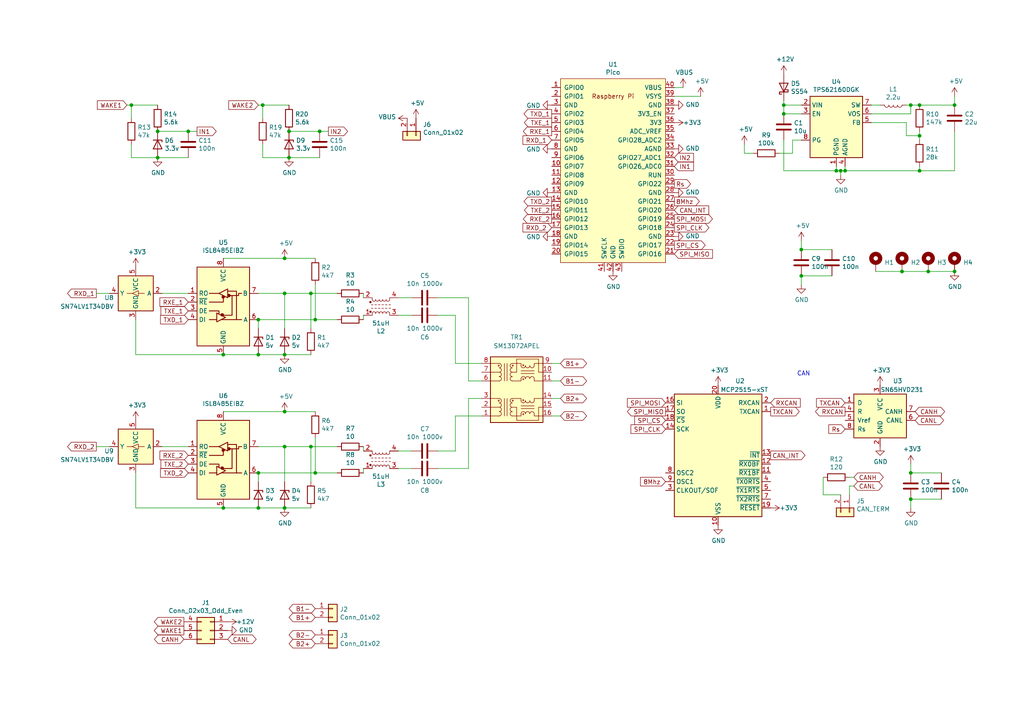
<source format=kicad_sch>
(kicad_sch (version 20211123) (generator eeschema)
  (paper "A4")
  (lib_symbols
    (symbol "Connector_Generic:Conn_01x02" (pin_names (offset 1.016) hide)
      (property "Reference" "J" (at 0 2.54 0))
      (property "Value" "Conn_01x02" (at 0 -5.08 0))
      (symbol "Conn_01x02_1_1"
        (pin passive line (at -5.08 0 0) (length 3.81) (name "Pin_1") (number "1"))
        (pin passive line (at -5.08 -2.54 0) (length 3.81) (name "Pin_2") (number "2"))
      )
    )
    (symbol "Connector_Generic:Conn_02x03_Top_Bottom" (pin_names (offset 1.016) hide)
      (property "Reference" "J" (at 1.27 5.08 0))
      (property "Value" "Conn_02x03_Top_Bottom" (at 1.27 -5.08 0))
      (symbol "Conn_02x03_Top_Bottom_1_1"
        (pin passive line (at -5.08 2.54 0) (length 3.81) (name "Pin_1") (number "1"))
        (pin passive line (at -5.08 0 0) (length 3.81) (name "Pin_2") (number "2"))
        (pin passive line (at -5.08 -2.54 0) (length 3.81) (name "Pin_3") (number "3"))
        (pin passive line (at 7.62 2.54 180) (length 3.81) (name "Pin_4") (number "4"))
        (pin passive line (at 7.62 0 180) (length 3.81) (name "Pin_5") (number "5"))
        (pin passive line (at 7.62 -2.54 180) (length 3.81) (name "Pin_6") (number "6"))
      )
    )
    (symbol "Device:C" (pin_numbers hide) (pin_names (offset 0.254))
      (property "Reference" "C" (at 0.635 2.54 0))
      (property "Value" "C" (at 0.635 -2.54 0))
      (symbol "C_1_1"
        (pin passive line (at 0 3.81 270) (length 2.794) (name "~") (number "1"))
        (pin passive line (at 0 -3.81 90) (length 2.794) (name "~") (number "2"))
      )
    )
    (symbol "Device:D_Schottky" (pin_numbers hide) (pin_names (offset 1.016) hide)
      (property "Reference" "D" (at 0 2.54 0))
      (property "Value" "D_Schottky" (at 0 -2.54 0))
      (symbol "D_Schottky_1_1"
        (pin passive line (at -3.81 0 0) (length 2.54) (name "K") (number "1"))
        (pin passive line (at 3.81 0 180) (length 2.54) (name "A") (number "2"))
      )
    )
    (symbol "Device:D_Zener" (pin_numbers hide) (pin_names (offset 1.016) hide)
      (property "Reference" "D" (at 0 2.54 0))
      (property "Value" "D_Zener" (at 0 -2.54 0))
      (symbol "D_Zener_1_1"
        (pin passive line (at -3.81 0 0) (length 2.54) (name "K") (number "1"))
        (pin passive line (at 3.81 0 180) (length 2.54) (name "A") (number "2"))
      )
    )
    (symbol "Device:L" (pin_numbers hide) (pin_names (offset 1.016) hide)
      (property "Reference" "L" (at -1.27 0 90))
      (property "Value" "L" (at 1.905 0 90))
      (symbol "L_1_1"
        (pin passive line (at 0 3.81 270) (length 1.27) (name "1") (number "1"))
        (pin passive line (at 0 -3.81 90) (length 1.27) (name "2") (number "2"))
      )
    )
    (symbol "Device:L_Core_Ferrite_Coupled_1324" (pin_names (offset 0.254) hide)
      (property "Reference" "L" (at 0 4.445 0))
      (property "Value" "Device_L_Core_Ferrite_Coupled_1324" (at 0 -4.445 0))
      (symbol "L_Core_Ferrite_Coupled_1324_1_1"
        (pin passive line (at -5.08 2.54 0) (length 2.54) (name "1") (number "1"))
        (pin passive line (at -5.08 -2.54 0) (length 2.54) (name "2") (number "2"))
        (pin passive line (at 5.08 2.54 180) (length 2.54) (name "3") (number "3"))
        (pin passive line (at 5.08 -2.54 180) (length 2.54) (name "4") (number "4"))
      )
    )
    (symbol "Device:R" (pin_numbers hide) (pin_names (offset 0))
      (property "Reference" "R" (at 2.032 0 90))
      (property "Value" "R" (at 0 0 90))
      (symbol "R_1_1"
        (pin passive line (at 0 3.81 270) (length 1.27) (name "~") (number "1"))
        (pin passive line (at 0 -3.81 90) (length 1.27) (name "~") (number "2"))
      )
    )
    (symbol "Interface_CAN_LIN:MCP2515-xST"
      (property "Reference" "U" (at -10.16 19.685 0))
      (property "Value" "MCP2515-xST" (at 19.05 20.32 0))
      (symbol "MCP2515-xST_1_1"
        (pin output line (at 15.24 12.7 180) (length 2.54) (name "TXCAN") (number "1"))
        (pin power_in line (at 0 -20.32 90) (length 2.54) (name "VSS") (number "10"))
        (pin output line (at 15.24 -5.08 180) (length 2.54) (name "~{RX1BF}") (number "11"))
        (pin output line (at 15.24 -2.54 180) (length 2.54) (name "~{RX0BF}") (number "12"))
        (pin output line (at 15.24 0 180) (length 2.54) (name "~{INT}") (number "13"))
        (pin input line (at -15.24 7.62 0) (length 2.54) (name "SCK") (number "14"))
        (pin no_connect line (at -12.7 -2.54 0) (length 2.54) hide (name "NC") (number "15"))
        (pin input line (at -15.24 15.24 0) (length 2.54) (name "SI") (number "16"))
        (pin output line (at -15.24 12.7 0) (length 2.54) (name "SO") (number "17"))
        (pin input line (at -15.24 10.16 0) (length 2.54) (name "~{CS}") (number "18"))
        (pin input line (at 15.24 -15.24 180) (length 2.54) (name "~{RESET}") (number "19"))
        (pin input line (at 15.24 15.24 180) (length 2.54) (name "RXCAN") (number "2"))
        (pin power_in line (at 0 20.32 270) (length 2.54) (name "VDD") (number "20"))
        (pin output line (at -15.24 -10.16 0) (length 2.54) (name "CLKOUT/SOF") (number "3"))
        (pin input line (at 15.24 -7.62 180) (length 2.54) (name "~{TX0RTS}") (number "4"))
        (pin input line (at 15.24 -10.16 180) (length 2.54) (name "~{TX1RTS}") (number "5"))
        (pin no_connect line (at -12.7 0 0) (length 2.54) hide (name "NC") (number "6"))
        (pin input line (at 15.24 -12.7 180) (length 2.54) (name "~{TX2RTS}") (number "7"))
        (pin output line (at -15.24 -5.08 0) (length 2.54) (name "OSC2") (number "8"))
        (pin input line (at -15.24 -7.62 0) (length 2.54) (name "OSC1") (number "9"))
      )
    )
    (symbol "Interface_CAN_LIN:SN65HVD230" (pin_names (offset 1.016))
      (property "Reference" "U" (at -2.54 10.16 0))
      (property "Value" "SN65HVD230" (at -2.54 7.62 0))
      (symbol "SN65HVD230_1_1"
        (pin input line (at -10.16 2.54 0) (length 2.54) (name "D") (number "1"))
        (pin power_in line (at 0 -10.16 90) (length 2.54) (name "GND") (number "2"))
        (pin power_in line (at 0 7.62 270) (length 2.54) (name "VCC") (number "3"))
        (pin output line (at -10.16 0 0) (length 2.54) (name "R") (number "4"))
        (pin output line (at -10.16 -2.54 0) (length 2.54) (name "Vref") (number "5"))
        (pin bidirectional line (at 10.16 -2.54 180) (length 2.54) (name "CANL") (number "6"))
        (pin bidirectional line (at 10.16 0 180) (length 2.54) (name "CANH") (number "7"))
        (pin input line (at -10.16 -5.08 0) (length 2.54) (name "Rs") (number "8"))
      )
    )
    (symbol "Interface_UART:MAX3485"
      (property "Reference" "U" (at -6.096 11.43 0))
      (property "Value" "MAX3485" (at 0.762 11.43 0))
      (symbol "MAX3485_1_1"
        (pin output line (at -10.16 2.54 0) (length 2.54) (name "RO") (number "1"))
        (pin input line (at -10.16 0 0) (length 2.54) (name "~{RE}") (number "2"))
        (pin input line (at -10.16 -2.54 0) (length 2.54) (name "DE") (number "3"))
        (pin input line (at -10.16 -5.08 0) (length 2.54) (name "DI") (number "4"))
        (pin power_in line (at 0 -15.24 90) (length 2.54) (name "GND") (number "5"))
        (pin bidirectional line (at 10.16 -5.08 180) (length 2.54) (name "A") (number "6"))
        (pin bidirectional line (at 10.16 2.54 180) (length 2.54) (name "B") (number "7"))
        (pin power_in line (at 0 12.7 270) (length 2.54) (name "VCC") (number "8"))
      )
    )
    (symbol "Logic_LevelTranslator:SN74LV1T34DBV"
      (property "Reference" "U" (at 5.08 6.35 0))
      (property "Value" "SN74LV1T34DBV" (at 5.08 3.81 0))
      (symbol "SN74LV1T34DBV_1_1"
        (pin no_connect line (at -5.08 2.54 0) (length 2.54) hide (name "NC") (number "1"))
        (pin input line (at -7.62 0 0) (length 2.54) (name "A") (number "2"))
        (pin power_in line (at 0 -7.62 90) (length 2.54) (name "GND") (number "3"))
        (pin output line (at 7.62 0 180) (length 2.54) (name "Y") (number "4"))
        (pin power_in line (at 0 7.62 270) (length 2.54) (name "VCC") (number "5"))
      )
    )
    (symbol "MCU_RaspberryPi_and_Boards:Pico" (pin_names (offset 1.016))
      (property "Reference" "U" (at -13.97 27.94 0))
      (property "Value" "Pico" (at 0 19.05 0))
      (symbol "Pico_0_0"
        (text "Raspberry Pi" (at 0 21.59 0) (effects (font (size 1.27 1.27))))
      )
      (symbol "Pico_1_1"
        (pin bidirectional line (at -17.78 24.13 0) (length 2.54) (name "GPIO0") (number "1"))
        (pin bidirectional line (at -17.78 1.27 0) (length 2.54) (name "GPIO7") (number "10"))
        (pin bidirectional line (at -17.78 -1.27 0) (length 2.54) (name "GPIO8") (number "11"))
        (pin bidirectional line (at -17.78 -3.81 0) (length 2.54) (name "GPIO9") (number "12"))
        (pin power_in line (at -17.78 -6.35 0) (length 2.54) (name "GND") (number "13"))
        (pin bidirectional line (at -17.78 -8.89 0) (length 2.54) (name "GPIO10") (number "14"))
        (pin bidirectional line (at -17.78 -11.43 0) (length 2.54) (name "GPIO11") (number "15"))
        (pin bidirectional line (at -17.78 -13.97 0) (length 2.54) (name "GPIO12") (number "16"))
        (pin bidirectional line (at -17.78 -16.51 0) (length 2.54) (name "GPIO13") (number "17"))
        (pin power_in line (at -17.78 -19.05 0) (length 2.54) (name "GND") (number "18"))
        (pin bidirectional line (at -17.78 -21.59 0) (length 2.54) (name "GPIO14") (number "19"))
        (pin bidirectional line (at -17.78 21.59 0) (length 2.54) (name "GPIO1") (number "2"))
        (pin bidirectional line (at -17.78 -24.13 0) (length 2.54) (name "GPIO15") (number "20"))
        (pin bidirectional line (at 17.78 -24.13 180) (length 2.54) (name "GPIO16") (number "21"))
        (pin bidirectional line (at 17.78 -21.59 180) (length 2.54) (name "GPIO17") (number "22"))
        (pin power_in line (at 17.78 -19.05 180) (length 2.54) (name "GND") (number "23"))
        (pin bidirectional line (at 17.78 -16.51 180) (length 2.54) (name "GPIO18") (number "24"))
        (pin bidirectional line (at 17.78 -13.97 180) (length 2.54) (name "GPIO19") (number "25"))
        (pin bidirectional line (at 17.78 -11.43 180) (length 2.54) (name "GPIO20") (number "26"))
        (pin bidirectional line (at 17.78 -8.89 180) (length 2.54) (name "GPIO21") (number "27"))
        (pin power_in line (at 17.78 -6.35 180) (length 2.54) (name "GND") (number "28"))
        (pin bidirectional line (at 17.78 -3.81 180) (length 2.54) (name "GPIO22") (number "29"))
        (pin power_in line (at -17.78 19.05 0) (length 2.54) (name "GND") (number "3"))
        (pin input line (at 17.78 -1.27 180) (length 2.54) (name "RUN") (number "30"))
        (pin bidirectional line (at 17.78 1.27 180) (length 2.54) (name "GPIO26_ADC0") (number "31"))
        (pin bidirectional line (at 17.78 3.81 180) (length 2.54) (name "GPIO27_ADC1") (number "32"))
        (pin power_in line (at 17.78 6.35 180) (length 2.54) (name "AGND") (number "33"))
        (pin bidirectional line (at 17.78 8.89 180) (length 2.54) (name "GPIO28_ADC2") (number "34"))
        (pin unspecified line (at 17.78 11.43 180) (length 2.54) (name "ADC_VREF") (number "35"))
        (pin unspecified line (at 17.78 13.97 180) (length 2.54) (name "3V3") (number "36"))
        (pin input line (at 17.78 16.51 180) (length 2.54) (name "3V3_EN") (number "37"))
        (pin bidirectional line (at 17.78 19.05 180) (length 2.54) (name "GND") (number "38"))
        (pin unspecified line (at 17.78 21.59 180) (length 2.54) (name "VSYS") (number "39"))
        (pin bidirectional line (at -17.78 16.51 0) (length 2.54) (name "GPIO2") (number "4"))
        (pin unspecified line (at 17.78 24.13 180) (length 2.54) (name "VBUS") (number "40"))
        (pin input line (at -2.54 -29.21 90) (length 2.54) (name "SWCLK") (number "41"))
        (pin power_in line (at 0 -29.21 90) (length 2.54) (name "GND") (number "42"))
        (pin bidirectional line (at 2.54 -29.21 90) (length 2.54) (name "SWDIO") (number "43"))
        (pin bidirectional line (at -17.78 13.97 0) (length 2.54) (name "GPIO3") (number "5"))
        (pin bidirectional line (at -17.78 11.43 0) (length 2.54) (name "GPIO4") (number "6"))
        (pin bidirectional line (at -17.78 8.89 0) (length 2.54) (name "GPIO5") (number "7"))
        (pin power_in line (at -17.78 6.35 0) (length 2.54) (name "GND") (number "8"))
        (pin bidirectional line (at -17.78 3.81 0) (length 2.54) (name "GPIO6") (number "9"))
      )
    )
    (symbol "Mechanical:MountingHole_Pad" (pin_numbers hide) (pin_names (offset 1.016) hide)
      (property "Reference" "H" (at 0 6.35 0))
      (property "Value" "MountingHole_Pad" (at 0 4.445 0))
      (symbol "MountingHole_Pad_1_1"
        (pin input line (at 0 -2.54 90) (length 2.54) (name "1") (number "1"))
      )
    )
    (symbol "Regulator_Switching:TPS62160DGK"
      (property "Reference" "U" (at -7.62 11.43 0))
      (property "Value" "TPS62160DGK" (at -1.27 11.43 0))
      (symbol "TPS62160DGK_1_1"
        (pin power_in line (at 0 -10.16 90) (length 2.54) (name "PGND") (number "1"))
        (pin power_in line (at -10.16 7.62 0) (length 2.54) (name "VIN") (number "2"))
        (pin input line (at -10.16 5.08 0) (length 2.54) (name "EN") (number "3"))
        (pin power_in line (at 2.54 -10.16 90) (length 2.54) (name "AGND") (number "4"))
        (pin input line (at 10.16 2.54 180) (length 2.54) (name "FB") (number "5"))
        (pin input line (at 10.16 5.08 180) (length 2.54) (name "VOS") (number "6"))
        (pin output line (at 10.16 7.62 180) (length 2.54) (name "SW") (number "7"))
        (pin open_collector line (at -10.16 -2.54 0) (length 2.54) (name "PG") (number "8"))
      )
    )
    (symbol "Transformer:Wuerth_749013011A" (pin_names hide)
      (property "Reference" "TR" (at 0 10.795 0))
      (property "Value" "Wuerth_749013011A" (at 0 -10.795 0))
      (symbol "Wuerth_749013011A_1_1"
        (pin passive line (at -10.16 -7.62 0) (length 2.54) (name "TD+") (number "1"))
        (pin passive line (at 10.16 5.08 180) (length 2.54) (name "C_RX") (number "10"))
        (pin passive line (at 10.16 2.54 180) (length 2.54) (name "RX+") (number "11"))
        (pin passive line (at 10.16 -2.54 180) (length 2.54) (name "TX-") (number "14"))
        (pin passive line (at 10.16 -5.08 180) (length 2.54) (name "C_TX") (number "15"))
        (pin passive line (at 10.16 -7.62 180) (length 2.54) (name "TX+") (number "16"))
        (pin passive line (at -10.16 -5.08 0) (length 2.54) (name "C_TD") (number "2"))
        (pin passive line (at -10.16 -2.54 0) (length 2.54) (name "TD-") (number "3"))
        (pin passive line (at -10.16 2.54 0) (length 2.54) (name "RD+") (number "6"))
        (pin passive line (at -10.16 5.08 0) (length 2.54) (name "C_RD") (number "7"))
        (pin passive line (at -10.16 7.62 0) (length 2.54) (name "RD-") (number "8"))
        (pin passive line (at 10.16 7.62 180) (length 2.54) (name "RX-") (number "9"))
      )
    )
    (symbol "power:+12V" (power) (pin_names (offset 0))
      (property "Value" "+12V" (at 0 3.556 0))
      (symbol "+12V_1_1"
        (pin power_in line (at 0 0 90) (length 0) hide (name "+12V") (number "1"))
      )
    )
    (symbol "power:+3V3" (power) (pin_names (offset 0))
      (property "Value" "+3V3" (at 0 3.556 0))
      (symbol "+3V3_1_1"
        (pin power_in line (at 0 0 90) (length 0) hide (name "+3V3") (number "1"))
      )
    )
    (symbol "power:+5V" (power) (pin_names (offset 0))
      (property "Value" "+5V" (at 0 3.556 0))
      (symbol "+5V_1_1"
        (pin power_in line (at 0 0 90) (length 0) hide (name "+5V") (number "1"))
      )
    )
    (symbol "power:GND" (power) (pin_names (offset 0))
      (property "Value" "GND" (at 0 -3.81 0))
      (symbol "GND_1_1"
        (pin power_in line (at 0 0 270) (length 0) hide (name "GND") (number "1"))
      )
    )
    (symbol "power:VBUS" (power) (pin_names (offset 0))
      (property "Value" "VBUS" (at 0 3.81 0))
      (symbol "VBUS_1_1"
        (pin power_in line (at 0 0 90) (length 0) hide (name "VBUS") (number "1"))
      )
    )
  )
  (junction (at 92.71 38.1))
  (junction (at 227.33 33.02))
  (junction (at 76.2 30.48))
  (junction (at 261.62 78.74))
  (junction (at 266.7 49.53))
  (junction (at 83.82 45.72))
  (junction (at 82.55 119.38))
  (junction (at 74.93 147.32))
  (junction (at 264.16 30.48))
  (junction (at 232.41 80.01))
  (junction (at 276.86 78.74))
  (junction (at 232.41 72.39))
  (junction (at 91.44 92.71))
  (junction (at 45.72 45.72))
  (junction (at 64.77 147.32))
  (junction (at 74.93 92.71))
  (junction (at 38.1 30.48))
  (junction (at 82.55 85.09))
  (junction (at 74.93 102.87))
  (junction (at 45.72 38.1))
  (junction (at 82.55 74.93))
  (junction (at 276.86 30.48))
  (junction (at 82.55 102.87))
  (junction (at 91.44 137.16))
  (junction (at 83.82 38.1))
  (junction (at 269.24 78.74))
  (junction (at 82.55 147.32))
  (junction (at 54.61 38.1))
  (junction (at 245.11 49.53))
  (junction (at 64.77 102.87))
  (junction (at 82.55 129.54))
  (junction (at 264.16 144.78))
  (junction (at 266.7 30.48))
  (junction (at 266.7 39.37))
  (junction (at 264.16 137.16))
  (junction (at 74.93 137.16))
  (junction (at 243.84 49.53))
  (junction (at 227.33 30.48))
  (junction (at 242.57 49.53))
  (junction (at 90.17 85.09))
  (junction (at 90.17 129.54))
  (wire (pts (xy 243.84 143.51) (xy 238.76 143.51)))
  (wire (pts (xy 82.55 85.09) (xy 90.17 85.09)))
  (wire (pts (xy 264.16 144.78) (xy 264.16 147.32)))
  (wire (pts (xy 90.17 129.54) (xy 97.79 129.54)))
  (wire (pts (xy 64.77 102.87) (xy 74.93 102.87)))
  (wire (pts (xy 262.89 35.56) (xy 262.89 39.37)))
  (wire (pts (xy 39.37 92.71) (xy 39.37 102.87)))
  (wire (pts (xy 242.57 49.53) (xy 242.57 48.26)))
  (wire (pts (xy 262.89 30.48) (xy 264.16 30.48)))
  (wire (pts (xy 252.73 35.56) (xy 262.89 35.56)))
  (wire (pts (xy 160.02 120.65) (xy 162.56 120.65)))
  (wire (pts (xy 243.84 49.53) (xy 242.57 49.53)))
  (wire (pts (xy 90.17 139.7) (xy 90.17 129.54)))
  (wire (pts (xy 232.41 33.02) (xy 227.33 33.02)))
  (wire (pts (xy 264.16 30.48) (xy 264.16 33.02)))
  (wire (pts (xy 46.99 129.54) (xy 54.61 129.54)))
  (wire (pts (xy 74.93 129.54) (xy 82.55 129.54)))
  (wire (pts (xy 54.61 38.1) (xy 45.72 38.1)))
  (wire (pts (xy 203.2 27.94) (xy 195.58 27.94)))
  (wire (pts (xy 90.17 147.32) (xy 82.55 147.32)))
  (wire (pts (xy 105.41 85.09) (xy 105.41 86.36)))
  (wire (pts (xy 229.87 40.64) (xy 232.41 40.64)))
  (wire (pts (xy 127 130.81) (xy 132.08 130.81)))
  (wire (pts (xy 135.89 115.57) (xy 139.7 115.57)))
  (wire (pts (xy 27.94 85.09) (xy 31.75 85.09)))
  (wire (pts (xy 57.15 38.1) (xy 54.61 38.1)))
  (wire (pts (xy 232.41 69.85) (xy 232.41 72.39)))
  (wire (pts (xy 227.33 40.64) (xy 227.33 49.53)))
  (wire (pts (xy 215.9 41.91) (xy 215.9 44.45)))
  (wire (pts (xy 246.38 138.43) (xy 247.65 138.43)))
  (wire (pts (xy 232.41 72.39) (xy 241.3 72.39)))
  (wire (pts (xy 247.65 140.97) (xy 246.38 140.97)))
  (wire (pts (xy 115.57 91.44) (xy 119.38 91.44)))
  (wire (pts (xy 127 135.89) (xy 135.89 135.89)))
  (wire (pts (xy 45.72 30.48) (xy 38.1 30.48)))
  (wire (pts (xy 38.1 30.48) (xy 38.1 34.29)))
  (wire (pts (xy 266.7 49.53) (xy 266.7 48.26)))
  (wire (pts (xy 91.44 137.16) (xy 74.93 137.16)))
  (wire (pts (xy 64.77 119.38) (xy 82.55 119.38)))
  (wire (pts (xy 64.77 74.93) (xy 82.55 74.93)))
  (wire (pts (xy 82.55 102.87) (xy 74.93 102.87)))
  (wire (pts (xy 160.02 115.57) (xy 162.56 115.57)))
  (wire (pts (xy 82.55 139.7) (xy 82.55 129.54)))
  (wire (pts (xy 261.62 78.74) (xy 269.24 78.74)))
  (wire (pts (xy 232.41 80.01) (xy 232.41 82.55)))
  (wire (pts (xy 38.1 45.72) (xy 38.1 41.91)))
  (wire (pts (xy 243.84 50.8) (xy 243.84 49.53)))
  (wire (pts (xy 91.44 92.71) (xy 74.93 92.71)))
  (wire (pts (xy 105.41 92.71) (xy 105.41 91.44)))
  (wire (pts (xy 105.41 129.54) (xy 105.41 130.81)))
  (wire (pts (xy 135.89 135.89) (xy 135.89 115.57)))
  (wire (pts (xy 227.33 29.21) (xy 227.33 30.48)))
  (wire (pts (xy 238.76 143.51) (xy 238.76 138.43)))
  (wire (pts (xy 83.82 30.48) (xy 76.2 30.48)))
  (wire (pts (xy 39.37 137.16) (xy 39.37 147.32)))
  (wire (pts (xy 82.55 95.25) (xy 82.55 85.09)))
  (wire (pts (xy 266.7 49.53) (xy 276.86 49.53)))
  (wire (pts (xy 83.82 45.72) (xy 92.71 45.72)))
  (wire (pts (xy 160.02 110.49) (xy 162.56 110.49)))
  (wire (pts (xy 90.17 85.09) (xy 97.79 85.09)))
  (wire (pts (xy 74.93 139.7) (xy 74.93 137.16)))
  (wire (pts (xy 227.33 30.48) (xy 232.41 30.48)))
  (wire (pts (xy 132.08 105.41) (xy 139.7 105.41)))
  (wire (pts (xy 90.17 95.25) (xy 90.17 85.09)))
  (wire (pts (xy 97.79 92.71) (xy 91.44 92.71)))
  (wire (pts (xy 266.7 39.37) (xy 266.7 38.1)))
  (wire (pts (xy 27.94 129.54) (xy 31.75 129.54)))
  (wire (pts (xy 227.33 49.53) (xy 242.57 49.53)))
  (wire (pts (xy 74.93 85.09) (xy 82.55 85.09)))
  (wire (pts (xy 132.08 120.65) (xy 139.7 120.65)))
  (wire (pts (xy 74.93 30.48) (xy 76.2 30.48)))
  (wire (pts (xy 132.08 130.81) (xy 132.08 120.65)))
  (wire (pts (xy 264.16 134.62) (xy 264.16 137.16)))
  (wire (pts (xy 45.72 45.72) (xy 38.1 45.72)))
  (wire (pts (xy 245.11 48.26) (xy 245.11 49.53)))
  (wire (pts (xy 76.2 30.48) (xy 76.2 34.29)))
  (wire (pts (xy 276.86 49.53) (xy 276.86 38.1)))
  (wire (pts (xy 115.57 130.81) (xy 119.38 130.81)))
  (wire (pts (xy 92.71 38.1) (xy 83.82 38.1)))
  (wire (pts (xy 95.25 38.1) (xy 92.71 38.1)))
  (wire (pts (xy 229.87 44.45) (xy 229.87 40.64)))
  (wire (pts (xy 39.37 102.87) (xy 64.77 102.87)))
  (wire (pts (xy 264.16 30.48) (xy 266.7 30.48)))
  (wire (pts (xy 91.44 127) (xy 91.44 137.16)))
  (wire (pts (xy 127 91.44) (xy 132.08 91.44)))
  (wire (pts (xy 36.83 30.48) (xy 38.1 30.48)))
  (wire (pts (xy 105.41 137.16) (xy 105.41 135.89)))
  (wire (pts (xy 90.17 102.87) (xy 82.55 102.87)))
  (wire (pts (xy 232.41 80.01) (xy 241.3 80.01)))
  (wire (pts (xy 245.11 49.53) (xy 266.7 49.53)))
  (wire (pts (xy 97.79 137.16) (xy 91.44 137.16)))
  (wire (pts (xy 215.9 44.45) (xy 218.44 44.45)))
  (wire (pts (xy 226.06 44.45) (xy 229.87 44.45)))
  (wire (pts (xy 264.16 137.16) (xy 273.05 137.16)))
  (wire (pts (xy 160.02 105.41) (xy 162.56 105.41)))
  (wire (pts (xy 252.73 33.02) (xy 264.16 33.02)))
  (wire (pts (xy 254 78.74) (xy 261.62 78.74)))
  (wire (pts (xy 76.2 45.72) (xy 76.2 41.91)))
  (wire (pts (xy 115.57 86.36) (xy 119.38 86.36)))
  (wire (pts (xy 264.16 144.78) (xy 273.05 144.78)))
  (wire (pts (xy 115.57 135.89) (xy 119.38 135.89)))
  (wire (pts (xy 82.55 119.38) (xy 91.44 119.38)))
  (wire (pts (xy 82.55 74.93) (xy 91.44 74.93)))
  (wire (pts (xy 135.89 86.36) (xy 135.89 110.49)))
  (wire (pts (xy 198.12 25.4) (xy 195.58 25.4)))
  (wire (pts (xy 82.55 147.32) (xy 74.93 147.32)))
  (wire (pts (xy 132.08 91.44) (xy 132.08 105.41)))
  (wire (pts (xy 127 86.36) (xy 135.89 86.36)))
  (wire (pts (xy 39.37 147.32) (xy 64.77 147.32)))
  (wire (pts (xy 262.89 39.37) (xy 266.7 39.37)))
  (wire (pts (xy 276.86 27.94) (xy 276.86 30.48)))
  (wire (pts (xy 269.24 78.74) (xy 276.86 78.74)))
  (wire (pts (xy 82.55 129.54) (xy 90.17 129.54)))
  (wire (pts (xy 245.11 49.53) (xy 243.84 49.53)))
  (wire (pts (xy 227.33 33.02) (xy 227.33 30.48)))
  (wire (pts (xy 266.7 39.37) (xy 266.7 40.64)))
  (wire (pts (xy 45.72 45.72) (xy 54.61 45.72)))
  (wire (pts (xy 91.44 82.55) (xy 91.44 92.71)))
  (wire (pts (xy 74.93 95.25) (xy 74.93 92.71)))
  (wire (pts (xy 83.82 45.72) (xy 76.2 45.72)))
  (wire (pts (xy 46.99 85.09) (xy 54.61 85.09)))
  (wire (pts (xy 252.73 30.48) (xy 255.27 30.48)))
  (wire (pts (xy 64.77 147.32) (xy 74.93 147.32)))
  (wire (pts (xy 246.38 140.97) (xy 246.38 143.51)))
  (wire (pts (xy 135.89 110.49) (xy 139.7 110.49)))
  (wire (pts (xy 266.7 30.48) (xy 276.86 30.48)))
  (text "CAN" (at 231.14 109.22 0) (effects (font (size 1.27 1.27)) (justify left bottom)))
  (global_label "RXD_2" (shape output) (at 27.94 129.54 180) (property "Intersheet References" "${INTERSHEET_REFS}" (effects hide)))
  (global_label "B1-" (shape bidirectional) (at 91.44 176.53 180) (property "Intersheet References" "${INTERSHEET_REFS}" (effects hide)))
  (global_label "TXE_1" (shape output) (at 160.02 35.56 180) (property "Intersheet References" "${INTERSHEET_REFS}" (effects hide)))
  (global_label "B2+" (shape bidirectional) (at 162.56 115.57 0) (property "Intersheet References" "${INTERSHEET_REFS}" (effects hide)))
  (global_label "SPI_MOSI" (shape output) (at 195.58 63.5 0) (property "Intersheet References" "${INTERSHEET_REFS}" (effects hide)))
  (global_label "SPI_MISO" (shape input) (at 195.58 73.66 0) (property "Intersheet References" "${INTERSHEET_REFS}" (effects hide)))
  (global_label "TXD_2" (shape output) (at 160.02 58.42 180) (property "Intersheet References" "${INTERSHEET_REFS}" (effects hide)))
  (global_label "RXE_1" (shape input) (at 54.61 87.63 180) (property "Intersheet References" "${INTERSHEET_REFS}" (effects hide)))
  (global_label "SPI_CS" (shape input) (at 193.04 121.92 180) (property "Intersheet References" "${INTERSHEET_REFS}" (effects hide)))
  (global_label "RXE_2" (shape input) (at 54.61 132.08 180) (property "Intersheet References" "${INTERSHEET_REFS}" (effects hide)))
  (global_label "SPI_MOSI" (shape input) (at 193.04 116.84 180) (property "Intersheet References" "${INTERSHEET_REFS}" (effects hide)))
  (global_label "SPI_CS" (shape output) (at 195.58 71.12 0) (property "Intersheet References" "${INTERSHEET_REFS}" (effects hide)))
  (global_label "CANH" (shape bidirectional) (at 265.43 119.38 0) (property "Intersheet References" "${INTERSHEET_REFS}" (effects hide)))
  (global_label "B2-" (shape bidirectional) (at 162.56 120.65 0) (property "Intersheet References" "${INTERSHEET_REFS}" (effects hide)))
  (global_label "B1+" (shape bidirectional) (at 91.44 179.07 180) (property "Intersheet References" "${INTERSHEET_REFS}" (effects hide)))
  (global_label "IN1" (shape output) (at 57.15 38.1 0) (property "Intersheet References" "${INTERSHEET_REFS}" (effects hide)))
  (global_label "CANL" (shape bidirectional) (at 265.43 121.92 0) (property "Intersheet References" "${INTERSHEET_REFS}" (effects hide)))
  (global_label "RXD_1" (shape output) (at 27.94 85.09 180) (property "Intersheet References" "${INTERSHEET_REFS}" (effects hide)))
  (global_label "TXE_1" (shape input) (at 54.61 90.17 180) (property "Intersheet References" "${INTERSHEET_REFS}" (effects hide)))
  (global_label "IN1" (shape input) (at 195.58 48.26 0) (property "Intersheet References" "${INTERSHEET_REFS}" (effects hide)))
  (global_label "IN2" (shape output) (at 95.25 38.1 0) (property "Intersheet References" "${INTERSHEET_REFS}" (effects hide)))
  (global_label "TXD_2" (shape input) (at 54.61 137.16 180) (property "Intersheet References" "${INTERSHEET_REFS}" (effects hide)))
  (global_label "B1-" (shape bidirectional) (at 162.56 110.49 0) (property "Intersheet References" "${INTERSHEET_REFS}" (effects hide)))
  (global_label "WAKE1" (shape input) (at 36.83 30.48 180) (property "Intersheet References" "${INTERSHEET_REFS}" (effects hide)))
  (global_label "CANL" (shape bidirectional) (at 66.04 185.42 0) (property "Intersheet References" "${INTERSHEET_REFS}" (effects hide)))
  (global_label "RXCAN" (shape output) (at 245.11 119.38 180) (property "Intersheet References" "${INTERSHEET_REFS}" (effects hide)))
  (global_label "B1+" (shape bidirectional) (at 162.56 105.41 0) (property "Intersheet References" "${INTERSHEET_REFS}" (effects hide)))
  (global_label "RXCAN" (shape input) (at 223.52 116.84 0) (property "Intersheet References" "${INTERSHEET_REFS}" (effects hide)))
  (global_label "WAKE1" (shape output) (at 53.34 182.88 180) (property "Intersheet References" "${INTERSHEET_REFS}" (effects hide)))
  (global_label "8Mhz" (shape output) (at 195.58 58.42 0) (property "Intersheet References" "${INTERSHEET_REFS}" (effects hide)))
  (global_label "SPI_CLK" (shape input) (at 193.04 124.46 180) (property "Intersheet References" "${INTERSHEET_REFS}" (effects hide)))
  (global_label "TXE_2" (shape input) (at 54.61 134.62 180) (property "Intersheet References" "${INTERSHEET_REFS}" (effects hide)))
  (global_label "8Mhz" (shape input) (at 193.04 139.7 180) (property "Intersheet References" "${INTERSHEET_REFS}" (effects hide)))
  (global_label "WAKE2" (shape output) (at 53.34 180.34 180) (property "Intersheet References" "${INTERSHEET_REFS}" (effects hide)))
  (global_label "SPI_MISO" (shape output) (at 193.04 119.38 180) (property "Intersheet References" "${INTERSHEET_REFS}" (effects hide)))
  (global_label "CAN_INT" (shape output) (at 223.52 132.08 0) (property "Intersheet References" "${INTERSHEET_REFS}" (effects hide)))
  (global_label "TXD_1" (shape output) (at 160.02 33.02 180) (property "Intersheet References" "${INTERSHEET_REFS}" (effects hide)))
  (global_label "TXE_2" (shape output) (at 160.02 60.96 180) (property "Intersheet References" "${INTERSHEET_REFS}" (effects hide)))
  (global_label "TXCAN" (shape output) (at 223.52 119.38 0) (property "Intersheet References" "${INTERSHEET_REFS}" (effects hide)))
  (global_label "TXCAN" (shape input) (at 245.11 116.84 180) (property "Intersheet References" "${INTERSHEET_REFS}" (effects hide)))
  (global_label "Rs" (shape output) (at 195.58 53.34 0) (property "Intersheet References" "${INTERSHEET_REFS}" (effects hide)))
  (global_label "IN2" (shape input) (at 195.58 45.72 0) (property "Intersheet References" "${INTERSHEET_REFS}" (effects hide)))
  (global_label "CAN_INT" (shape input) (at 195.58 60.96 0) (property "Intersheet References" "${INTERSHEET_REFS}" (effects hide)))
  (global_label "B2+" (shape bidirectional) (at 91.44 186.69 180) (property "Intersheet References" "${INTERSHEET_REFS}" (effects hide)))
  (global_label "TXD_1" (shape input) (at 54.61 92.71 180) (property "Intersheet References" "${INTERSHEET_REFS}" (effects hide)))
  (global_label "RXD_2" (shape input) (at 160.02 66.04 180) (property "Intersheet References" "${INTERSHEET_REFS}" (effects hide)))
  (global_label "Rs" (shape input) (at 245.11 124.46 180) (property "Intersheet References" "${INTERSHEET_REFS}" (effects hide)))
  (global_label "SPI_CLK" (shape output) (at 195.58 66.04 0) (property "Intersheet References" "${INTERSHEET_REFS}" (effects hide)))
  (global_label "B2-" (shape bidirectional) (at 91.44 184.15 180) (property "Intersheet References" "${INTERSHEET_REFS}" (effects hide)))
  (global_label "RXD_1" (shape input) (at 160.02 40.64 180) (property "Intersheet References" "${INTERSHEET_REFS}" (effects hide)))
  (global_label "RXE_1" (shape output) (at 160.02 38.1 180) (property "Intersheet References" "${INTERSHEET_REFS}" (effects hide)))
  (global_label "WAKE2" (shape input) (at 74.93 30.48 180) (property "Intersheet References" "${INTERSHEET_REFS}" (effects hide)))
  (global_label "CANH" (shape bidirectional) (at 247.65 138.43 0) (property "Intersheet References" "${INTERSHEET_REFS}" (effects hide)))
  (global_label "CANL" (shape bidirectional) (at 247.65 140.97 0) (property "Intersheet References" "${INTERSHEET_REFS}" (effects hide)))
  (global_label "CANH" (shape bidirectional) (at 53.34 185.42 180) (property "Intersheet References" "${INTERSHEET_REFS}" (effects hide)))
  (global_label "RXE_2" (shape output) (at 160.02 63.5 180) (property "Intersheet References" "${INTERSHEET_REFS}" (effects hide)))
  (symbol (lib_id "MCU_RaspberryPi_and_Boards:Pico") (at 177.8 49.53 0) (unit 1)
    (property "Reference" "U1" (at 177.8 18.669 0))
    (property "Value" "Pico" (at 177.8 20.9804 0))
    (property "Footprint" "footprints:RPi_Pico_SMD_TH" (effects hide))
  )
  (symbol (lib_id "Interface_CAN_LIN:MCP2515-xST") (at 208.28 132.08 0) (unit 1)
    (property "Reference" "U2" (at 214.63 110.49 0))
    (property "Value" "MCP2515-xST" (at 215.9 113.03 0))
    (property "Footprint" "Package_SO:TSSOP-20_4.4x6.5mm_P0.65mm" (effects hide))
    (property "Datasheet" "http://ww1.microchip.com/downloads/en/DeviceDoc/21801e.pdf" (effects hide))
    (property "LCSC" "C15193" (effects hide))
  )
  (symbol (lib_id "power:+5V") (at 203.2 27.94 0) (unit 1)
    (property "Reference" "#PWR018" (effects hide))
    (property "Value" "+5V" (at 203.581 23.5458 0))
  )
  (symbol (lib_id "Regulator_Switching:TPS62160DGK") (at 242.57 38.1 0) (unit 1)
    (property "Reference" "U4" (at 242.57 23.6982 0))
    (property "Value" "TPS62160DGK" (at 242.57 26.0096 0))
    (property "Footprint" "Package_SO:MSOP-8_3x3mm_P0.65mm" (effects hide))
    (property "Datasheet" "http://www.ti.com/lit/ds/symlink/tps62160.pdf" (effects hide))
    (property "LCSC" "C60726" (effects hide))
  )
  (symbol (lib_id "power:+12V") (at 227.33 21.59 0) (unit 1)
    (property "Reference" "#PWR023" (effects hide))
    (property "Value" "+12V" (at 227.711 17.1958 0))
  )
  (symbol (lib_id "power:GND") (at 195.58 30.48 90) (unit 1)
    (property "Reference" "#PWR011" (effects hide))
    (property "Value" "GND" (at 198.8312 30.353 90) (effects (justify right)))
  )
  (symbol (lib_id "power:GND") (at 195.58 55.88 90) (unit 1)
    (property "Reference" "#PWR015" (effects hide))
    (property "Value" "GND" (at 198.8312 55.753 90) (effects (justify right)))
  )
  (symbol (lib_id "power:GND") (at 195.58 68.58 90) (unit 1)
    (property "Reference" "#PWR016" (effects hide))
    (property "Value" "GND" (at 198.8312 68.453 90) (effects (justify right)))
  )
  (symbol (lib_id "power:GND") (at 160.02 68.58 270) (unit 1)
    (property "Reference" "#PWR09" (effects hide))
    (property "Value" "GND" (at 156.7688 68.707 90) (effects (justify right)))
  )
  (symbol (lib_id "Device:L") (at 259.08 30.48 270) (unit 1)
    (property "Reference" "L1" (at 259.08 25.8826 90))
    (property "Value" "2.2u" (at 259.08 28.194 90))
    (property "Footprint" "Inductor_SMD:L_Neosid_SMS-ME3015" (effects hide))
    (property "LCSC" "C43389" (effects hide))
  )
  (symbol (lib_id "Device:C") (at 227.33 36.83 0) (unit 1)
    (property "Reference" "C1" (at 230.251 35.6616 0) (effects (justify left)))
    (property "Value" "10u" (at 230.251 37.973 0) (effects (justify left)))
    (property "Footprint" "Capacitor_SMD:C_1210_3225Metric" (effects hide))
    (property "LCSC" "C77102" (effects hide))
  )
  (symbol (lib_id "power:GND") (at 160.02 30.48 270) (unit 1)
    (property "Reference" "#PWR06" (effects hide))
    (property "Value" "GND" (at 156.7688 30.607 90) (effects (justify right)))
  )
  (symbol (lib_id "power:+3V3") (at 195.58 35.56 270) (unit 1)
    (property "Reference" "#PWR012" (effects hide))
    (property "Value" "+3V3" (at 198.12 35.56 90) (effects (justify left)))
  )
  (symbol (lib_id "Device:C") (at 276.86 34.29 0) (unit 1)
    (property "Reference" "C2" (at 279.781 33.1216 0) (effects (justify left)))
    (property "Value" "22u" (at 279.781 35.433 0) (effects (justify left)))
    (property "Footprint" "Capacitor_SMD:C_1206_3216Metric" (effects hide))
    (property "LCSC" "C5672" (effects hide))
  )
  (symbol (lib_id "power:GND") (at 243.84 50.8 0) (unit 1)
    (property "Reference" "#PWR027" (effects hide))
    (property "Value" "GND" (at 243.967 55.1942 0))
  )
  (symbol (lib_id "Interface_CAN_LIN:SN65HVD230") (at 255.27 119.38 0) (unit 1)
    (property "Reference" "U3" (at 260.35 110.49 0))
    (property "Value" "SN65HVD231" (at 261.62 113.03 0))
    (property "Footprint" "Package_SO:SOIC-8_3.9x4.9mm_P1.27mm" (effects hide))
    (property "Datasheet" "http://www.ti.com/lit/ds/symlink/sn65hvd230.pdf" (effects hide))
    (property "LCSC" "C129257" (effects hide))
  )
  (symbol (lib_id "Device:R") (at 266.7 34.29 0) (unit 1)
    (property "Reference" "R10" (at 268.478 33.1216 0) (effects (justify left)))
    (property "Value" "147k" (at 268.478 35.433 0) (effects (justify left)))
    (property "Footprint" "Resistor_SMD:R_0603_1608Metric" (effects hide))
    (property "LCSC" "C22878" (effects hide))
  )
  (symbol (lib_id "Device:R") (at 266.7 44.45 0) (unit 1)
    (property "Reference" "R11" (at 268.478 43.2816 0) (effects (justify left)))
    (property "Value" "28k" (at 268.478 45.593 0) (effects (justify left)))
    (property "Footprint" "Resistor_SMD:R_0603_1608Metric" (effects hide))
    (property "LCSC" "C22989" (effects hide))
  )
  (symbol (lib_id "Device:C") (at 264.16 140.97 0) (unit 1)
    (property "Reference" "C3" (at 267.081 139.8016 0) (effects (justify left)))
    (property "Value" "100n" (at 267.081 142.113 0) (effects (justify left)))
    (property "Footprint" "Capacitor_SMD:C_0603_1608Metric" (effects hide))
    (property "LCSC" "C14663" (effects hide))
  )
  (symbol (lib_id "Device:C") (at 273.05 140.97 0) (unit 1)
    (property "Reference" "C4" (at 275.971 139.8016 0) (effects (justify left)))
    (property "Value" "100n" (at 275.971 142.113 0) (effects (justify left)))
    (property "Footprint" "Capacitor_SMD:C_0603_1608Metric" (effects hide))
    (property "LCSC" "C14663" (effects hide))
  )
  (symbol (lib_id "Connector_Generic:Conn_01x02") (at 246.38 148.59 270) (unit 1)
    (property "Reference" "J5" (at 248.412 145.3388 90) (effects (justify left)))
    (property "Value" "CAN_TERM" (at 248.412 147.6502 90) (effects (justify left)))
    (property "Footprint" "Connector_PinHeader_2.54mm:PinHeader_1x02_P2.54mm_Vertical" (effects hide))
  )
  (symbol (lib_id "Device:R") (at 242.57 138.43 90) (unit 1)
    (property "Reference" "R12" (at 242.57 133.1722 90))
    (property "Value" "120" (at 242.57 135.4836 90))
    (property "Footprint" "Resistor_SMD:R_1206_3216Metric" (effects hide))
    (property "LCSC" "C17909" (effects hide))
  )
  (symbol (lib_id "power:+3V3") (at 264.16 134.62 0) (unit 1)
    (property "Reference" "#PWR029" (effects hide))
    (property "Value" "+3V3" (at 264.541 130.2258 0))
  )
  (symbol (lib_id "power:GND") (at 264.16 147.32 0) (unit 1)
    (property "Reference" "#PWR030" (effects hide))
    (property "Value" "GND" (at 264.287 151.7142 0))
  )
  (symbol (lib_id "power:+3V3") (at 223.52 147.32 270) (unit 1)
    (property "Reference" "#PWR021" (effects hide))
    (property "Value" "+3V3" (at 226.06 147.32 90) (effects (justify left)))
  )
  (symbol (lib_id "power:+5V") (at 120.65 34.29 0) (unit 1)
    (property "Reference" "#PWR028" (effects hide))
    (property "Value" "+5V" (at 121.031 29.8958 0))
  )
  (symbol (lib_id "power:GND") (at 177.8 78.74 0) (unit 1)
    (property "Reference" "#PWR010" (effects hide))
    (property "Value" "GND" (at 177.927 83.1342 0))
  )
  (symbol (lib_id "power:GND") (at 208.28 152.4 0) (unit 1)
    (property "Reference" "#PWR020" (effects hide))
    (property "Value" "GND" (at 208.407 156.7942 0))
  )
  (symbol (lib_id "power:+3V3") (at 208.28 111.76 0) (unit 1)
    (property "Reference" "#PWR019" (effects hide))
    (property "Value" "+3V3" (at 208.661 107.3658 0))
  )
  (symbol (lib_id "power:+3V3") (at 255.27 111.76 0) (unit 1)
    (property "Reference" "#PWR025" (effects hide))
    (property "Value" "+3V3" (at 255.651 107.3658 0))
  )
  (symbol (lib_id "Device:R") (at 222.25 44.45 270) (unit 1)
    (property "Reference" "R9" (at 222.25 39.1922 90))
    (property "Value" "100k" (at 222.25 41.5036 90))
    (property "Footprint" "Resistor_SMD:R_0603_1608Metric" (effects hide))
    (property "LCSC" "C25803" (effects hide))
  )
  (symbol (lib_id "power:GND") (at 255.27 129.54 0) (unit 1)
    (property "Reference" "#PWR026" (effects hide))
    (property "Value" "GND" (at 255.397 133.9342 0))
  )
  (symbol (lib_id "power:+5V") (at 215.9 41.91 0) (unit 1)
    (property "Reference" "#PWR022" (effects hide))
    (property "Value" "+5V" (at 216.281 37.5158 0))
  )
  (symbol (lib_id "Mechanical:MountingHole_Pad") (at 254 76.2 0) (unit 1)
    (property "Reference" "H1" (at 256.54 76.1238 0) (effects (justify left)))
    (property "Value" "MountingHole" (effects hide))
    (property "Footprint" "MountingHole:MountingHole_3.2mm_M3_Pad" (effects hide))
  )
  (symbol (lib_id "Mechanical:MountingHole_Pad") (at 261.62 76.2 0) (unit 1)
    (property "Reference" "H2" (at 264.16 76.1238 0) (effects (justify left)))
    (property "Value" "MountingHole" (effects hide))
    (property "Footprint" "MountingHole:MountingHole_3.2mm_M3_Pad" (effects hide))
  )
  (symbol (lib_id "Mechanical:MountingHole_Pad") (at 269.24 76.2 0) (unit 1)
    (property "Reference" "H3" (at 271.78 76.1238 0) (effects (justify left)))
    (property "Value" "MountingHole" (effects hide))
    (property "Footprint" "MountingHole:MountingHole_3.2mm_M3_Pad" (effects hide))
  )
  (symbol (lib_id "Mechanical:MountingHole_Pad") (at 276.86 76.2 0) (unit 1)
    (property "Reference" "H4" (at 279.4 76.1238 0) (effects (justify left)))
    (property "Value" "MountingHole" (effects hide))
    (property "Footprint" "MountingHole:MountingHole_3.2mm_M3_Pad" (effects hide))
  )
  (symbol (lib_id "power:GND") (at 276.86 78.74 0) (unit 1)
    (property "Reference" "#PWR031" (effects hide))
    (property "Value" "GND" (at 276.987 83.1342 0))
  )
  (symbol (lib_id "Device:C") (at 232.41 76.2 0) (unit 1)
    (property "Reference" "C9" (at 235.331 75.0316 0) (effects (justify left)))
    (property "Value" "100n" (at 235.331 77.343 0) (effects (justify left)))
    (property "Footprint" "Capacitor_SMD:C_0603_1608Metric" (effects hide))
    (property "LCSC" "C14663" (effects hide))
  )
  (symbol (lib_id "Device:C") (at 241.3 76.2 0) (unit 1)
    (property "Reference" "C10" (at 244.221 75.0316 0) (effects (justify left)))
    (property "Value" "100n" (at 244.221 77.343 0) (effects (justify left)))
    (property "Footprint" "Capacitor_SMD:C_0603_1608Metric" (effects hide))
    (property "LCSC" "C14663" (effects hide))
  )
  (symbol (lib_id "power:GND") (at 232.41 82.55 0) (unit 1)
    (property "Reference" "#PWR0107" (effects hide))
    (property "Value" "GND" (at 232.537 86.9442 0))
  )
  (symbol (lib_id "Connector_Generic:Conn_02x03_Top_Bottom") (at 60.96 182.88 0) (mirror y) (unit 1)
    (property "Reference" "J1" (at 59.69 174.8282 0))
    (property "Value" "Conn_02x03_Odd_Even" (at 59.69 177.1396 0))
    (property "Footprint" "Connector_Molex:Molex_Micro-Fit_3.0_43045-0600_2x03_P3.00mm_Horizontal" (effects hide))
  )
  (symbol (lib_id "power:GND") (at 160.02 55.88 270) (unit 1)
    (property "Reference" "#PWR08" (effects hide))
    (property "Value" "GND" (at 156.7688 56.007 90) (effects (justify right)))
  )
  (symbol (lib_id "power:GND") (at 160.02 43.18 270) (unit 1)
    (property "Reference" "#PWR07" (effects hide))
    (property "Value" "GND" (at 156.7688 43.307 90) (effects (justify right)))
  )
  (symbol (lib_id "Interface_UART:MAX3485") (at 64.77 87.63 0) (unit 1)
    (property "Reference" "U5" (at 64.77 70.3326 0))
    (property "Value" "ISL8485EIBZ" (at 64.77 72.644 0))
    (property "Footprint" "Package_SO:SOP-8_3.9x4.9mm_P1.27mm" (effects hide))
    (property "Datasheet" "https://datasheets.maximintegrated.com/en/ds/MAX3483-MAX3491.pdf" (effects hide))
    (property "LCSC" "C382024" (effects hide))
  )
  (symbol (lib_id "Device:R") (at 91.44 78.74 180) (unit 1)
    (property "Reference" "R2" (at 93.218 77.5716 0) (effects (justify right)))
    (property "Value" "4k7" (at 93.218 79.883 0) (effects (justify right)))
    (property "Footprint" "Resistor_SMD:R_0603_1608Metric" (effects hide))
    (property "LCSC" "C23162" (effects hide))
  )
  (symbol (lib_id "Device:R") (at 90.17 99.06 180) (unit 1)
    (property "Reference" "R1" (at 91.948 97.8916 0) (effects (justify right)))
    (property "Value" "4k7" (at 91.948 100.203 0) (effects (justify right)))
    (property "Footprint" "Resistor_SMD:R_0603_1608Metric" (effects hide))
    (property "LCSC" "C23162" (effects hide))
  )
  (symbol (lib_id "Device:D_Zener") (at 74.93 99.06 270) (unit 1)
    (property "Reference" "D1" (at 76.962 97.8916 90) (effects (justify left)))
    (property "Value" "5v" (at 76.962 100.203 90) (effects (justify left)))
    (property "Footprint" "footprints:SOD882" (effects hide))
    (property "LCSC" "C85401" (effects hide))
  )
  (symbol (lib_id "Device:D_Zener") (at 82.55 99.06 270) (unit 1)
    (property "Reference" "D2" (at 84.582 97.8916 90) (effects (justify left)))
    (property "Value" "5v" (at 84.582 100.203 90) (effects (justify left)))
    (property "Footprint" "footprints:SOD882" (effects hide))
    (property "LCSC" "C85401" (effects hide))
  )
  (symbol (lib_id "Device:R") (at 101.6 85.09 270) (unit 1)
    (property "Reference" "R3" (at 101.6 79.8322 90))
    (property "Value" "10" (at 101.6 82.1436 90))
    (property "Footprint" "Resistor_SMD:R_0603_1608Metric" (effects hide))
    (property "LCSC" "C22859" (effects hide))
  )
  (symbol (lib_id "Device:R") (at 101.6 92.71 270) (unit 1)
    (property "Reference" "R4" (at 101.6 87.4522 90))
    (property "Value" "10" (at 101.6 89.7636 90))
    (property "Footprint" "Resistor_SMD:R_0603_1608Metric" (effects hide))
    (property "LCSC" "C22859" (effects hide))
  )
  (symbol (lib_id "Device:L_Core_Ferrite_Coupled_1324") (at 110.49 88.9 0) (mirror x) (unit 1)
    (property "Reference" "L2" (at 110.49 96.0374 0))
    (property "Value" "51uH" (at 110.49 93.726 0))
    (property "Footprint" "footprints:ACT45B-101-2P-TL003" (effects hide))
    (property "LCSC" "C76584" (effects hide))
  )
  (symbol (lib_id "Device:C") (at 123.19 86.36 270) (unit 1)
    (property "Reference" "C5" (at 123.19 79.9592 90))
    (property "Value" "10n 1000v" (at 123.19 82.2706 90))
    (property "Footprint" "Capacitor_SMD:C_1206_3216Metric" (effects hide))
    (property "LCSC" "C9194" (effects hide))
  )
  (symbol (lib_id "Device:C") (at 123.19 91.44 270) (unit 1)
    (property "Reference" "C6" (at 123.19 97.79 90))
    (property "Value" "10n 1000v" (at 123.19 95.25 90))
    (property "Footprint" "Capacitor_SMD:C_1206_3216Metric" (effects hide))
    (property "LCSC" "C9194" (effects hide))
  )
  (symbol (lib_id "power:+12V") (at 66.04 180.34 270) (unit 1)
    (property "Reference" "#PWR017" (effects hide))
    (property "Value" "+12V" (at 71.12 180.34 90))
  )
  (symbol (lib_id "power:GND") (at 82.55 102.87 0) (unit 1)
    (property "Reference" "#PWR0102" (effects hide))
    (property "Value" "GND" (at 82.677 107.2642 0))
  )
  (symbol (lib_id "power:+3V3") (at 39.37 77.47 0) (unit 1)
    (property "Reference" "#PWR0103" (effects hide))
    (property "Value" "+3V3" (at 39.751 73.0758 0))
  )
  (symbol (lib_id "power:GND") (at 195.58 43.18 90) (unit 1)
    (property "Reference" "#PWR013" (effects hide))
    (property "Value" "GND" (at 198.8312 43.053 90) (effects (justify right)))
  )
  (symbol (lib_id "Interface_UART:MAX3485") (at 64.77 132.08 0) (unit 1)
    (property "Reference" "U6" (at 64.77 114.7826 0))
    (property "Value" "ISL8485EIBZ" (at 64.77 117.094 0))
    (property "Footprint" "Package_SO:SOP-8_3.9x4.9mm_P1.27mm" (effects hide))
    (property "Datasheet" "https://datasheets.maximintegrated.com/en/ds/MAX3483-MAX3491.pdf" (effects hide))
    (property "LCSC" "C382024" (effects hide))
  )
  (symbol (lib_id "Device:R") (at 91.44 123.19 180) (unit 1)
    (property "Reference" "R6" (at 93.218 122.0216 0) (effects (justify right)))
    (property "Value" "4k7" (at 93.218 124.333 0) (effects (justify right)))
    (property "Footprint" "Resistor_SMD:R_0603_1608Metric" (effects hide))
    (property "LCSC" "C23162" (effects hide))
  )
  (symbol (lib_id "Device:R") (at 90.17 143.51 180) (unit 1)
    (property "Reference" "R5" (at 91.948 142.3416 0) (effects (justify right)))
    (property "Value" "4k7" (at 91.948 144.653 0) (effects (justify right)))
    (property "Footprint" "Resistor_SMD:R_0603_1608Metric" (effects hide))
    (property "LCSC" "C23162" (effects hide))
  )
  (symbol (lib_id "Device:D_Zener") (at 74.93 143.51 270) (unit 1)
    (property "Reference" "D3" (at 76.962 142.3416 90) (effects (justify left)))
    (property "Value" "5v" (at 76.962 144.653 90) (effects (justify left)))
    (property "Footprint" "footprints:SOD882" (effects hide))
    (property "LCSC" "C85401" (effects hide))
  )
  (symbol (lib_id "Device:D_Zener") (at 82.55 143.51 270) (unit 1)
    (property "Reference" "D4" (at 84.582 142.3416 90) (effects (justify left)))
    (property "Value" "5v" (at 84.582 144.653 90) (effects (justify left)))
    (property "Footprint" "footprints:SOD882" (effects hide))
    (property "LCSC" "C85401" (effects hide))
  )
  (symbol (lib_id "Device:R") (at 101.6 129.54 270) (unit 1)
    (property "Reference" "R7" (at 101.6 124.2822 90))
    (property "Value" "10" (at 101.6 126.5936 90))
    (property "Footprint" "Resistor_SMD:R_0603_1608Metric" (effects hide))
    (property "LCSC" "C22859" (effects hide))
  )
  (symbol (lib_id "Device:R") (at 101.6 137.16 270) (unit 1)
    (property "Reference" "R8" (at 101.6 131.9022 90))
    (property "Value" "10" (at 101.6 134.2136 90))
    (property "Footprint" "Resistor_SMD:R_0603_1608Metric" (effects hide))
    (property "LCSC" "C22859" (effects hide))
  )
  (symbol (lib_id "Device:L_Core_Ferrite_Coupled_1324") (at 110.49 133.35 0) (mirror x) (unit 1)
    (property "Reference" "L3" (at 110.49 140.4874 0))
    (property "Value" "51uH" (at 110.49 138.176 0))
    (property "Footprint" "footprints:ACT45B-101-2P-TL003" (effects hide))
    (property "LCSC" "C76584" (effects hide))
  )
  (symbol (lib_id "Device:C") (at 123.19 130.81 270) (unit 1)
    (property "Reference" "C7" (at 123.19 124.4092 90))
    (property "Value" "10n 1000v" (at 123.19 126.7206 90))
    (property "Footprint" "Capacitor_SMD:C_1206_3216Metric" (effects hide))
    (property "LCSC" "C9194" (effects hide))
  )
  (symbol (lib_id "Device:C") (at 123.19 135.89 270) (unit 1)
    (property "Reference" "C8" (at 123.19 142.24 90))
    (property "Value" "10n 1000v" (at 123.19 139.7 90))
    (property "Footprint" "Capacitor_SMD:C_1206_3216Metric" (effects hide))
    (property "LCSC" "C9194" (effects hide))
  )
  (symbol (lib_id "power:GND") (at 82.55 147.32 0) (unit 1)
    (property "Reference" "#PWR0104" (effects hide))
    (property "Value" "GND" (at 82.677 151.7142 0))
  )
  (symbol (lib_id "power:+3V3") (at 39.37 121.92 0) (unit 1)
    (property "Reference" "#PWR0105" (effects hide))
    (property "Value" "+3V3" (at 39.751 117.5258 0))
  )
  (symbol (lib_id "power:GND") (at 66.04 182.88 90) (unit 1)
    (property "Reference" "#PWR0101" (effects hide))
    (property "Value" "GND" (at 69.2912 182.753 90) (effects (justify right)))
  )
  (symbol (lib_id "power:GND") (at 45.72 45.72 0) (unit 1)
    (property "Reference" "#PWR0108" (effects hide))
    (property "Value" "GND" (at 45.847 50.1142 0))
  )
  (symbol (lib_id "Device:R") (at 45.72 34.29 0) (unit 1)
    (property "Reference" "R14" (at 47.498 33.1216 0) (effects (justify left)))
    (property "Value" "5.6k" (at 47.498 35.433 0) (effects (justify left)))
    (property "Footprint" "Resistor_SMD:R_0603_1608Metric" (effects hide))
    (property "LCSC" "C23189" (effects hide))
  )
  (symbol (lib_id "Device:D_Zener") (at 45.72 41.91 270) (unit 1)
    (property "Reference" "D6" (at 47.752 40.7416 90) (effects (justify left)))
    (property "Value" "3.3v" (at 47.752 43.053 90) (effects (justify left)))
    (property "Footprint" "Diode_SMD:D_MiniMELF" (effects hide))
    (property "LCSC" "C8056" (effects hide))
  )
  (symbol (lib_id "Device:C") (at 54.61 41.91 0) (unit 1)
    (property "Reference" "C11" (at 57.531 40.7416 0) (effects (justify left)))
    (property "Value" "100n" (at 57.531 43.053 0) (effects (justify left)))
    (property "Footprint" "Capacitor_SMD:C_0603_1608Metric" (effects hide))
    (property "LCSC" "C14663" (effects hide))
  )
  (symbol (lib_id "Device:R") (at 38.1 38.1 0) (unit 1)
    (property "Reference" "R13" (at 39.878 36.9316 0) (effects (justify left)))
    (property "Value" "47k" (at 39.878 39.243 0) (effects (justify left)))
    (property "Footprint" "Resistor_SMD:R_0603_1608Metric" (effects hide))
    (property "LCSC" "C25819" (effects hide))
  )
  (symbol (lib_id "power:GND") (at 83.82 45.72 0) (unit 1)
    (property "Reference" "#PWR0109" (effects hide))
    (property "Value" "GND" (at 83.947 50.1142 0))
  )
  (symbol (lib_id "Device:R") (at 83.82 34.29 0) (unit 1)
    (property "Reference" "R20" (at 85.598 33.1216 0) (effects (justify left)))
    (property "Value" "5.6k" (at 85.598 35.433 0) (effects (justify left)))
    (property "Footprint" "Resistor_SMD:R_0603_1608Metric" (effects hide))
    (property "LCSC" "C23189" (effects hide))
  )
  (symbol (lib_id "Device:D_Zener") (at 83.82 41.91 270) (unit 1)
    (property "Reference" "D9" (at 85.852 40.7416 90) (effects (justify left)))
    (property "Value" "3.3v" (at 85.852 43.053 90) (effects (justify left)))
    (property "Footprint" "Diode_SMD:D_MiniMELF" (effects hide))
    (property "LCSC" "C8056" (effects hide))
  )
  (symbol (lib_id "Device:C") (at 92.71 41.91 0) (unit 1)
    (property "Reference" "C15" (at 95.631 40.7416 0) (effects (justify left)))
    (property "Value" "100n" (at 95.631 43.053 0) (effects (justify left)))
    (property "Footprint" "Capacitor_SMD:C_0603_1608Metric" (effects hide))
    (property "LCSC" "C14663" (effects hide))
  )
  (symbol (lib_id "Device:R") (at 76.2 38.1 0) (unit 1)
    (property "Reference" "R19" (at 77.978 36.9316 0) (effects (justify left)))
    (property "Value" "47k" (at 77.978 39.243 0) (effects (justify left)))
    (property "Footprint" "Resistor_SMD:R_0603_1608Metric" (effects hide))
    (property "LCSC" "C25819" (effects hide))
  )
  (symbol (lib_id "Connector_Generic:Conn_01x02") (at 96.52 176.53 0) (unit 1)
    (property "Reference" "J2" (at 98.552 176.7332 0) (effects (justify left)))
    (property "Value" "Conn_01x02" (at 98.552 179.0446 0) (effects (justify left)))
    (property "Footprint" "Connector_Molex:Molex_Micro-Fit_3.0_43650-0200_1x02_P3.00mm_Horizontal" (effects hide))
  )
  (symbol (lib_id "Connector_Generic:Conn_01x02") (at 96.52 184.15 0) (unit 1)
    (property "Reference" "J3" (at 98.552 184.3532 0) (effects (justify left)))
    (property "Value" "Conn_01x02" (at 98.552 186.6646 0) (effects (justify left)))
    (property "Footprint" "Connector_Molex:Molex_Micro-Fit_3.0_43650-0200_1x02_P3.00mm_Horizontal" (effects hide))
  )
  (symbol (lib_id "Logic_LevelTranslator:SN74LV1T34DBV") (at 39.37 85.09 0) (mirror y) (unit 1)
    (property "Reference" "U8" (at 33.02 86.36 0) (effects (justify left)))
    (property "Value" "SN74LV1T34DBV" (at 33.02 88.9 0) (effects (justify left)))
    (property "Footprint" "Package_TO_SOT_SMD:SOT-23-5" (effects hide))
    (property "Datasheet" "https://www.ti.com/lit/ds/symlink/sn74lv1t34.pdf" (effects hide))
    (property "LCSC" "C100024" (effects hide))
  )
  (symbol (lib_id "power:+5V") (at 82.55 74.93 0) (unit 1)
    (property "Reference" "#PWR0112" (effects hide))
    (property "Value" "+5V" (at 82.931 70.5358 0))
  )
  (symbol (lib_id "Logic_LevelTranslator:SN74LV1T34DBV") (at 39.37 129.54 0) (mirror y) (unit 1)
    (property "Reference" "U9" (at 33.02 130.81 0) (effects (justify left)))
    (property "Value" "SN74LV1T34DBV" (at 33.02 133.35 0) (effects (justify left)))
    (property "Footprint" "Package_TO_SOT_SMD:SOT-23-5" (effects hide))
    (property "Datasheet" "https://www.ti.com/lit/ds/symlink/sn74lv1t34.pdf" (effects hide))
    (property "LCSC" "C100024" (effects hide))
  )
  (symbol (lib_id "power:+5V") (at 82.55 119.38 0) (unit 1)
    (property "Reference" "#PWR0113" (effects hide))
    (property "Value" "+5V" (at 82.931 114.9858 0))
  )
  (symbol (lib_id "power:VBUS") (at 198.12 25.4 0) (unit 1)
    (property "Reference" "#PWR0115" (effects hide))
    (property "Value" "VBUS" (at 198.501 21.0058 0))
  )
  (symbol (lib_id "power:VBUS") (at 118.11 34.29 90) (unit 1)
    (property "Reference" "#PWR0116" (effects hide))
    (property "Value" "VBUS" (at 114.8842 33.909 90) (effects (justify left)))
  )
  (symbol (lib_id "power:+5V") (at 276.86 27.94 0) (unit 1)
    (property "Reference" "#PWR0117" (effects hide))
    (property "Value" "+5V" (at 277.241 23.5458 0))
  )
  (symbol (lib_id "Connector_Generic:Conn_01x02") (at 120.65 39.37 270) (unit 1)
    (property "Reference" "J6" (at 122.682 36.1188 90) (effects (justify left)))
    (property "Value" "Conn_01x02" (at 122.682 38.4302 90) (effects (justify left)))
    (property "Footprint" "Connector_PinHeader_2.54mm:PinHeader_1x02_P2.54mm_Vertical" (effects hide))
  )
  (symbol (lib_id "Device:D_Schottky") (at 227.33 25.4 90) (unit 1)
    (property "Reference" "D5" (at 229.362 24.2316 90) (effects (justify right)))
    (property "Value" "SS54" (at 229.362 26.543 90) (effects (justify right)))
    (property "Footprint" "Diode_SMD:D_SMA" (effects hide))
    (property "LCSC" "C22452" (effects hide))
  )
  (symbol (lib_id "power:+5V") (at 232.41 69.85 0) (unit 1)
    (property "Reference" "#PWR0106" (effects hide))
    (property "Value" "+5V" (at 232.791 65.4558 0))
  )
  (symbol (lib_id "Transformer:Wuerth_749013011A") (at 149.86 113.03 0) (unit 1)
    (property "Reference" "TR1" (at 149.86 97.79 0))
    (property "Value" "SM13072APEL" (at 149.86 100.33 0))
    (property "Footprint" "Transformer_SMD:Transformer_Ethernet_Wuerth_749013011A" (effects hide))
    (property "LCSC" "C129155" (effects hide))
  )
)
</source>
